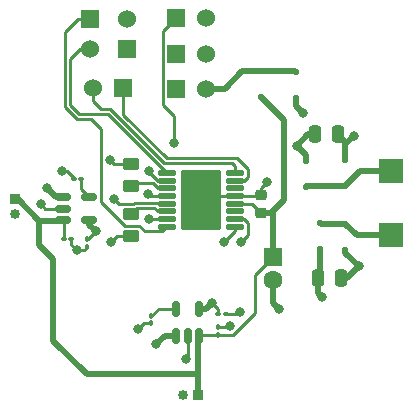
<source format=gbr>
%TF.GenerationSoftware,KiCad,Pcbnew,7.0.7*%
%TF.CreationDate,2024-10-24T16:02:22-07:00*%
%TF.ProjectId,PowerBoard_rev1.1,506f7765-7242-46f6-9172-645f72657631,rev?*%
%TF.SameCoordinates,Original*%
%TF.FileFunction,Copper,L1,Top*%
%TF.FilePolarity,Positive*%
%FSLAX46Y46*%
G04 Gerber Fmt 4.6, Leading zero omitted, Abs format (unit mm)*
G04 Created by KiCad (PCBNEW 7.0.7) date 2024-10-24 16:02:22*
%MOMM*%
%LPD*%
G01*
G04 APERTURE LIST*
G04 Aperture macros list*
%AMRoundRect*
0 Rectangle with rounded corners*
0 $1 Rounding radius*
0 $2 $3 $4 $5 $6 $7 $8 $9 X,Y pos of 4 corners*
0 Add a 4 corners polygon primitive as box body*
4,1,4,$2,$3,$4,$5,$6,$7,$8,$9,$2,$3,0*
0 Add four circle primitives for the rounded corners*
1,1,$1+$1,$2,$3*
1,1,$1+$1,$4,$5*
1,1,$1+$1,$6,$7*
1,1,$1+$1,$8,$9*
0 Add four rect primitives between the rounded corners*
20,1,$1+$1,$2,$3,$4,$5,0*
20,1,$1+$1,$4,$5,$6,$7,0*
20,1,$1+$1,$6,$7,$8,$9,0*
20,1,$1+$1,$8,$9,$2,$3,0*%
G04 Aperture macros list end*
%TA.AperFunction,ComponentPad*%
%ADD10R,1.600000X1.600000*%
%TD*%
%TA.AperFunction,ComponentPad*%
%ADD11C,1.600000*%
%TD*%
%TA.AperFunction,SMDPad,CuDef*%
%ADD12RoundRect,0.150000X-0.512500X-0.150000X0.512500X-0.150000X0.512500X0.150000X-0.512500X0.150000X0*%
%TD*%
%TA.AperFunction,ComponentPad*%
%ADD13R,1.530000X1.530000*%
%TD*%
%TA.AperFunction,ComponentPad*%
%ADD14C,1.530000*%
%TD*%
%TA.AperFunction,SMDPad,CuDef*%
%ADD15RoundRect,0.100000X0.100000X-0.130000X0.100000X0.130000X-0.100000X0.130000X-0.100000X-0.130000X0*%
%TD*%
%TA.AperFunction,SMDPad,CuDef*%
%ADD16RoundRect,0.100000X-0.130000X-0.100000X0.130000X-0.100000X0.130000X0.100000X-0.130000X0.100000X0*%
%TD*%
%TA.AperFunction,SMDPad,CuDef*%
%ADD17RoundRect,0.250000X-0.450000X0.262500X-0.450000X-0.262500X0.450000X-0.262500X0.450000X0.262500X0*%
%TD*%
%TA.AperFunction,SMDPad,CuDef*%
%ADD18RoundRect,0.250000X0.450000X-0.262500X0.450000X0.262500X-0.450000X0.262500X-0.450000X-0.262500X0*%
%TD*%
%TA.AperFunction,SMDPad,CuDef*%
%ADD19RoundRect,0.125000X-0.125000X0.125000X-0.125000X-0.125000X0.125000X-0.125000X0.125000X0.125000X0*%
%TD*%
%TA.AperFunction,SMDPad,CuDef*%
%ADD20RoundRect,0.100000X0.130000X0.100000X-0.130000X0.100000X-0.130000X-0.100000X0.130000X-0.100000X0*%
%TD*%
%TA.AperFunction,SMDPad,CuDef*%
%ADD21RoundRect,0.045000X-0.705000X-0.180000X0.705000X-0.180000X0.705000X0.180000X-0.705000X0.180000X0*%
%TD*%
%TA.AperFunction,SMDPad,CuDef*%
%ADD22RoundRect,0.051000X-1.649000X-2.449000X1.649000X-2.449000X1.649000X2.449000X-1.649000X2.449000X0*%
%TD*%
%TA.AperFunction,ComponentPad*%
%ADD23C,0.550000*%
%TD*%
%TA.AperFunction,SMDPad,CuDef*%
%ADD24RoundRect,0.125000X0.125000X-0.125000X0.125000X0.125000X-0.125000X0.125000X-0.125000X-0.125000X0*%
%TD*%
%TA.AperFunction,SMDPad,CuDef*%
%ADD25RoundRect,0.150000X0.150000X-0.512500X0.150000X0.512500X-0.150000X0.512500X-0.150000X-0.512500X0*%
%TD*%
%TA.AperFunction,SMDPad,CuDef*%
%ADD26RoundRect,0.250000X0.250000X0.475000X-0.250000X0.475000X-0.250000X-0.475000X0.250000X-0.475000X0*%
%TD*%
%TA.AperFunction,SMDPad,CuDef*%
%ADD27RoundRect,0.100000X-0.100000X0.130000X-0.100000X-0.130000X0.100000X-0.130000X0.100000X0.130000X0*%
%TD*%
%TA.AperFunction,SMDPad,CuDef*%
%ADD28RoundRect,0.250000X-0.250000X-0.475000X0.250000X-0.475000X0.250000X0.475000X-0.250000X0.475000X0*%
%TD*%
%TA.AperFunction,SMDPad,CuDef*%
%ADD29RoundRect,0.225000X0.250000X-0.225000X0.250000X0.225000X-0.250000X0.225000X-0.250000X-0.225000X0*%
%TD*%
%TA.AperFunction,ComponentPad*%
%ADD30R,0.850000X0.850000*%
%TD*%
%TA.AperFunction,ComponentPad*%
%ADD31C,0.850000*%
%TD*%
%TA.AperFunction,ComponentPad*%
%ADD32R,2.000000X2.000000*%
%TD*%
%TA.AperFunction,ViaPad*%
%ADD33C,0.800000*%
%TD*%
%TA.AperFunction,Conductor*%
%ADD34C,0.250000*%
%TD*%
%TA.AperFunction,Conductor*%
%ADD35C,0.508000*%
%TD*%
G04 APERTURE END LIST*
D10*
%TO.P,C2,1*%
%TO.N,+BATT*%
X149250400Y-80721200D03*
D11*
%TO.P,C2,2*%
%TO.N,GND*%
X149250400Y-82721200D03*
%TD*%
D12*
%TO.P,U2,1,CE*%
%TO.N,VCC*%
X131399700Y-75707200D03*
%TO.P,U2,2,V_{SS}*%
%TO.N,GND*%
X131399700Y-76657200D03*
%TO.P,U2,3,V_{BAT}*%
%TO.N,+BATT*%
X131399700Y-77607200D03*
%TO.P,U2,4,V_{DD}*%
%TO.N,VCC*%
X133674700Y-77607200D03*
%TO.P,U2,5,PROG*%
%TO.N,Net-(U2-PROG)*%
X133674700Y-75707200D03*
%TD*%
D13*
%TO.P,J1,01,01*%
%TO.N,Net-(U1-BOUT1)*%
X140958500Y-60553600D03*
D14*
%TO.P,J1,02,02*%
%TO.N,Net-(U1-BOUT2)*%
X143498500Y-60553600D03*
%TD*%
D15*
%TO.P,C8,1*%
%TO.N,+BATT*%
X144526000Y-87329800D03*
%TO.P,C8,2*%
%TO.N,GND*%
X144526000Y-86689800D03*
%TD*%
D16*
%TO.P,C6,1*%
%TO.N,+BATT*%
X131490800Y-79197200D03*
%TO.P,C6,2*%
%TO.N,GND*%
X132130800Y-79197200D03*
%TD*%
D17*
%TO.P,R4,1*%
%TO.N,Net-(U1-BISEN)*%
X137210800Y-77116300D03*
%TO.P,R4,2*%
%TO.N,GND*%
X137210800Y-78941300D03*
%TD*%
D18*
%TO.P,R3,1*%
%TO.N,Net-(U1-AISEN)*%
X137210800Y-74726800D03*
%TO.P,R3,2*%
%TO.N,GND*%
X137210800Y-72901800D03*
%TD*%
D13*
%TO.P,J6,01,01*%
%TO.N,DRV_FAULT*%
X133745700Y-60608900D03*
D14*
%TO.P,J6,02,02*%
%TO.N,DRV_SLEEP*%
X133745700Y-63148900D03*
%TD*%
D19*
%TO.P,D6,1,K*%
%TO.N,VDC*%
X151130000Y-65074800D03*
%TO.P,D6,2,A*%
%TO.N,VCC*%
X151130000Y-67274800D03*
%TD*%
D20*
%TO.P,R1,1*%
%TO.N,Net-(U2-PROG)*%
X132962800Y-74117200D03*
%TO.P,R1,2*%
%TO.N,GND*%
X132322800Y-74117200D03*
%TD*%
D16*
%TO.P,C7,1*%
%TO.N,VCC*%
X144572200Y-85547200D03*
%TO.P,C7,2*%
%TO.N,GND*%
X145212200Y-85547200D03*
%TD*%
D21*
%TO.P,U1,1,~{SLEEP}*%
%TO.N,DRV_SLEEP*%
X140219600Y-73642200D03*
%TO.P,U1,2,AOUT1*%
%TO.N,Net-(U1-AOUT1)*%
X140219600Y-74292200D03*
%TO.P,U1,3,AISEN*%
%TO.N,Net-(U1-AISEN)*%
X140219600Y-74942200D03*
%TO.P,U1,4,AOUT2*%
%TO.N,Net-(U1-AOUT2)*%
X140219600Y-75592200D03*
%TO.P,U1,5,BOUT2*%
%TO.N,Net-(U1-BOUT2)*%
X140219600Y-76242200D03*
%TO.P,U1,6,BISEN*%
%TO.N,Net-(U1-BISEN)*%
X140219600Y-76892200D03*
%TO.P,U1,7,BOUT1*%
%TO.N,Net-(U1-BOUT1)*%
X140219600Y-77542200D03*
%TO.P,U1,8,~{FAULT}*%
%TO.N,DRV_FAULT*%
X140219600Y-78192200D03*
%TO.P,U1,9,BIN1*%
%TO.N,MOTOR2_BIN1*%
X146019600Y-78192200D03*
%TO.P,U1,10,BIN2*%
%TO.N,MOTOR2_BIN2*%
X146019600Y-77542200D03*
%TO.P,U1,11,NC*%
%TO.N,unconnected-(U1-NC-Pad11)*%
X146019600Y-76892200D03*
%TO.P,U1,12,VM*%
%TO.N,+BATT*%
X146019600Y-76242200D03*
%TO.P,U1,13,GND*%
%TO.N,GND*%
X146019600Y-75592200D03*
%TO.P,U1,14,NC*%
%TO.N,unconnected-(U1-NC-Pad14)*%
X146019600Y-74942200D03*
%TO.P,U1,15,AIN2*%
%TO.N,MOTOR1_AIN2*%
X146019600Y-74292200D03*
%TO.P,U1,16,AIN1*%
%TO.N,MOTOR1_AIN1*%
X146019600Y-73642200D03*
D22*
%TO.P,U1,17,EXP*%
%TO.N,GND*%
X143119600Y-75917200D03*
D23*
%TO.P,U1,18_1*%
%TO.N,N/C*%
X142119600Y-74117200D03*
%TO.P,U1,18_2*%
X142119600Y-75317200D03*
%TO.P,U1,18_3*%
X142119600Y-76517200D03*
%TO.P,U1,18_4*%
X142119600Y-77717200D03*
%TO.P,U1,18_5*%
X143119600Y-74117200D03*
%TO.P,U1,18_6*%
X143119600Y-75317200D03*
%TO.P,U1,18_7*%
X143119600Y-76517200D03*
%TO.P,U1,18_8*%
X143119600Y-77717200D03*
%TO.P,U1,18_9*%
X144119600Y-74117200D03*
%TO.P,U1,18_10*%
X144119600Y-75317200D03*
%TO.P,U1,18_11*%
X144119600Y-76517200D03*
%TO.P,U1,18_12*%
X144119600Y-77717200D03*
%TD*%
D24*
%TO.P,D14,1,K*%
%TO.N,VCC*%
X153212800Y-80094000D03*
%TO.P,D14,2,A*%
%TO.N,Net-(D12-K)*%
X153212800Y-77894000D03*
%TD*%
D25*
%TO.P,U3,1,CE*%
%TO.N,VCC*%
X141036000Y-87395900D03*
%TO.P,U3,2,V_{SS}*%
%TO.N,GND*%
X141986000Y-87395900D03*
%TO.P,U3,3,V_{BAT}*%
%TO.N,+BATT*%
X142936000Y-87395900D03*
%TO.P,U3,4,V_{DD}*%
%TO.N,VCC*%
X142936000Y-85120900D03*
%TO.P,U3,5,PROG*%
%TO.N,Net-(U3-PROG)*%
X141036000Y-85120900D03*
%TD*%
D19*
%TO.P,D5,1,K*%
%TO.N,VDC*%
X148234400Y-65024000D03*
%TO.P,D5,2,A*%
%TO.N,+BATT*%
X148234400Y-67224000D03*
%TD*%
D24*
%TO.P,D11,1,K*%
%TO.N,Net-(D11-K)*%
X151993600Y-74810800D03*
%TO.P,D11,2,A*%
%TO.N,GND*%
X151993600Y-72610800D03*
%TD*%
D13*
%TO.P,J4,01,01*%
%TO.N,MOTOR1_AIN2*%
X136550400Y-66446400D03*
D14*
%TO.P,J4,02,02*%
%TO.N,MOTOR1_AIN1*%
X134010400Y-66446400D03*
%TD*%
D26*
%TO.P,C12,1*%
%TO.N,VCC*%
X154686000Y-70358000D03*
%TO.P,C12,2*%
%TO.N,GND*%
X152786000Y-70358000D03*
%TD*%
D27*
%TO.P,C5,1*%
%TO.N,VCC*%
X133451600Y-79222200D03*
%TO.P,C5,2*%
%TO.N,GND*%
X133451600Y-79862200D03*
%TD*%
D28*
%TO.P,C11,1*%
%TO.N,VCC*%
X153040000Y-82550000D03*
%TO.P,C11,2*%
%TO.N,GND*%
X154940000Y-82550000D03*
%TD*%
D19*
%TO.P,D12,1,K*%
%TO.N,Net-(D12-K)*%
X155346400Y-77944800D03*
%TO.P,D12,2,A*%
%TO.N,GND*%
X155346400Y-80144800D03*
%TD*%
%TO.P,D13,1,K*%
%TO.N,VCC*%
X155346400Y-72560000D03*
%TO.P,D13,2,A*%
%TO.N,Net-(D11-K)*%
X155346400Y-74760000D03*
%TD*%
D29*
%TO.P,C1,1*%
%TO.N,+BATT*%
X148183600Y-77063600D03*
%TO.P,C1,2*%
%TO.N,GND*%
X148183600Y-75513600D03*
%TD*%
D13*
%TO.P,J2,01,01*%
%TO.N,Net-(U1-AOUT1)*%
X140958500Y-63550800D03*
D14*
%TO.P,J2,02,02*%
%TO.N,Net-(U1-AOUT2)*%
X143498500Y-63550800D03*
%TD*%
D27*
%TO.P,R2,1*%
%TO.N,Net-(U3-PROG)*%
X138887200Y-85735200D03*
%TO.P,R2,2*%
%TO.N,GND*%
X138887200Y-86375200D03*
%TD*%
D13*
%TO.P,J3,01,01*%
%TO.N,GND*%
X140965700Y-66486400D03*
D14*
%TO.P,J3,02,02*%
%TO.N,VDC*%
X143505700Y-66486400D03*
%TD*%
D13*
%TO.P,J5,01,01*%
%TO.N,MOTOR2_BIN2*%
X136855700Y-63163900D03*
D14*
%TO.P,J5,02,02*%
%TO.N,MOTOR2_BIN1*%
X136855700Y-60623900D03*
%TD*%
D30*
%TO.P,J8,1,1*%
%TO.N,+BATT*%
X127355600Y-75844400D03*
D31*
%TO.P,J8,2,2*%
%TO.N,GND*%
X127355600Y-77094400D03*
%TD*%
D32*
%TO.P,TP6,1,1*%
%TO.N,Net-(D12-K)*%
X159207200Y-78892400D03*
%TD*%
D30*
%TO.P,J7,1,1*%
%TO.N,+BATT*%
X142864999Y-92448800D03*
D31*
%TO.P,J7,2,2*%
%TO.N,GND*%
X141614999Y-92448800D03*
%TD*%
D32*
%TO.P,TP5,1,1*%
%TO.N,Net-(D11-K)*%
X159207200Y-73507600D03*
%TD*%
D33*
%TO.N,GND*%
X148691600Y-74371200D03*
X137769600Y-86868000D03*
X145592800Y-86563200D03*
X149758400Y-85140800D03*
X151231600Y-71323200D03*
X141884400Y-89408000D03*
X156464000Y-81534000D03*
X129590800Y-76301600D03*
X135534400Y-79451200D03*
X146405600Y-85445600D03*
X135432800Y-72542400D03*
X132588000Y-80162400D03*
X131368800Y-73507600D03*
%TO.N,MOTOR2_BIN2*%
X146507200Y-79502000D03*
%TO.N,MOTOR2_BIN1*%
X145084800Y-79451200D03*
%TO.N,VCC*%
X151739600Y-68580000D03*
X139344400Y-88087200D03*
X144018000Y-84632800D03*
X130048000Y-74930000D03*
X153365200Y-84124800D03*
X156057600Y-70510400D03*
X134213600Y-78536800D03*
%TO.N,Net-(U1-BOUT1)*%
X140817600Y-71069200D03*
X138734800Y-77571600D03*
%TO.N,Net-(U1-BOUT2)*%
X135737600Y-75844400D03*
%TO.N,Net-(U1-AOUT1)*%
X138709400Y-73482200D03*
%TO.N,Net-(U1-AOUT2)*%
X138632700Y-75431900D03*
%TD*%
D34*
%TO.N,GND*%
X129590800Y-76301600D02*
X129946400Y-76657200D01*
X129946400Y-76657200D02*
X131399700Y-76657200D01*
D35*
X152196800Y-70358000D02*
X151231600Y-71323200D01*
X155448000Y-82550000D02*
X156464000Y-81534000D01*
X151993600Y-72085200D02*
X151231600Y-71323200D01*
D34*
X144622418Y-75592200D02*
X144297418Y-75917200D01*
X148183600Y-74879200D02*
X148691600Y-74371200D01*
D35*
X152786000Y-70358000D02*
X152196800Y-70358000D01*
D34*
X131783200Y-73507600D02*
X132367800Y-74092200D01*
X141986000Y-87395900D02*
X141986000Y-89306400D01*
X137210800Y-72901800D02*
X135792200Y-72901800D01*
X145212200Y-85547200D02*
X146304000Y-85547200D01*
X144191351Y-75917200D02*
X143119600Y-75917200D01*
X133248400Y-80162400D02*
X133451600Y-79959200D01*
X132130800Y-79705200D02*
X132130800Y-79197200D01*
X133451600Y-79959200D02*
X133451600Y-79862200D01*
X132367800Y-74092200D02*
X132367800Y-74117200D01*
D35*
X149250400Y-82721200D02*
X149250400Y-84632800D01*
D34*
X148183600Y-75513600D02*
X148183600Y-74879200D01*
X144516351Y-75592200D02*
X144191351Y-75917200D01*
D35*
X149250400Y-84632800D02*
X149758400Y-85140800D01*
D34*
X148105000Y-75592200D02*
X148183600Y-75513600D01*
X132588000Y-80162400D02*
X132130800Y-79705200D01*
X132588000Y-80162400D02*
X133248400Y-80162400D01*
X135792200Y-72901800D02*
X135432800Y-72542400D01*
X136044300Y-78941300D02*
X135534400Y-79451200D01*
X146019600Y-75592200D02*
X144622418Y-75592200D01*
X141986000Y-89306400D02*
X141884400Y-89408000D01*
X145466200Y-86689800D02*
X145592800Y-86563200D01*
X137210800Y-78941300D02*
X136044300Y-78941300D01*
D35*
X155346400Y-80144800D02*
X155346400Y-80416400D01*
X155346400Y-80416400D02*
X156464000Y-81534000D01*
X151993600Y-72610800D02*
X151993600Y-72085200D01*
D34*
X146304000Y-85547200D02*
X146405600Y-85445600D01*
X138307400Y-86330200D02*
X138796515Y-86330200D01*
X146019600Y-75592200D02*
X148105000Y-75592200D01*
X137769600Y-86868000D02*
X138307400Y-86330200D01*
D35*
X154940000Y-82550000D02*
X155448000Y-82550000D01*
D34*
X131368800Y-73507600D02*
X131783200Y-73507600D01*
X144297418Y-75917200D02*
X143119600Y-75917200D01*
X144526000Y-86689800D02*
X145466200Y-86689800D01*
D35*
%TO.N,+BATT*%
X130606800Y-80924400D02*
X130606800Y-87833200D01*
X148984939Y-77063600D02*
X148183600Y-77063600D01*
X148234400Y-67224000D02*
X150155200Y-69144800D01*
X131343300Y-77663600D02*
X131399700Y-77607200D01*
X129440261Y-77663600D02*
X129440261Y-79757861D01*
D34*
X144526000Y-87329800D02*
X143002100Y-87329800D01*
D35*
X142864999Y-90678000D02*
X142864999Y-87466901D01*
X127355600Y-75844400D02*
X127621061Y-75844400D01*
D34*
X147726400Y-82245200D02*
X149250400Y-80721200D01*
X144526000Y-87329800D02*
X145851505Y-87329800D01*
D35*
X149250400Y-80721200D02*
X149250400Y-77058261D01*
X131399700Y-77607200D02*
X131446800Y-77654300D01*
X142864999Y-87466901D02*
X142936000Y-87395900D01*
D34*
X143002100Y-87329800D02*
X142936000Y-87395900D01*
X147726400Y-85454905D02*
X147726400Y-82245200D01*
D35*
X150155200Y-75893339D02*
X149120339Y-76928200D01*
D34*
X147421600Y-76292800D02*
X146070200Y-76292800D01*
D35*
X129440261Y-77663600D02*
X131343300Y-77663600D01*
D34*
X131490800Y-77698300D02*
X131399700Y-77607200D01*
D35*
X127621061Y-75844400D02*
X129440261Y-77663600D01*
D34*
X145851505Y-87329800D02*
X147726400Y-85454905D01*
X147421600Y-76301600D02*
X148183600Y-77063600D01*
D35*
X149250400Y-77058261D02*
X149120339Y-76928200D01*
D34*
X147421600Y-76292800D02*
X147421600Y-76301600D01*
D35*
X142864999Y-92448800D02*
X142864999Y-90678000D01*
X129440261Y-79757861D02*
X130606800Y-80924400D01*
X149120339Y-76928200D02*
X148984939Y-77063600D01*
X150155200Y-69144800D02*
X150155200Y-75893339D01*
X133451600Y-90678000D02*
X142864999Y-90678000D01*
D34*
X131490800Y-79197200D02*
X131490800Y-77698300D01*
D35*
X130606800Y-87833200D02*
X133451600Y-90678000D01*
D34*
X146070200Y-76292800D02*
X146019600Y-76242200D01*
%TO.N,MOTOR1_AIN2*%
X147094600Y-73308941D02*
X147094600Y-73975459D01*
X146132059Y-72346400D02*
X147094600Y-73308941D01*
X136550400Y-68700208D02*
X140196592Y-72346400D01*
X146777859Y-74292200D02*
X146019600Y-74292200D01*
X147094600Y-73975459D02*
X146777859Y-74292200D01*
X140196592Y-72346400D02*
X146132059Y-72346400D01*
X136550400Y-66446400D02*
X136550400Y-68700208D01*
%TO.N,MOTOR1_AIN1*%
X134010400Y-67513200D02*
X134678000Y-68180800D01*
X134678000Y-68180800D02*
X135394596Y-68180800D01*
X134010400Y-66446400D02*
X134010400Y-67513200D01*
X135394596Y-68180800D02*
X140010196Y-72796400D01*
X140010196Y-72796400D02*
X145745200Y-72796400D01*
X146019600Y-73070800D02*
X146019600Y-73642200D01*
X145745200Y-72796400D02*
X146019600Y-73070800D01*
%TO.N,MOTOR2_BIN2*%
X146507200Y-79502000D02*
X147094600Y-78914600D01*
X146777859Y-77542200D02*
X146019600Y-77542200D01*
X147094600Y-78914600D02*
X147094600Y-77858941D01*
X147094600Y-77858941D02*
X146777859Y-77542200D01*
%TO.N,MOTOR2_BIN1*%
X146019600Y-78192200D02*
X146019600Y-78516400D01*
X146019600Y-78516400D02*
X145084800Y-79451200D01*
D35*
%TO.N,VCC*%
X151130000Y-67970400D02*
X151739600Y-68580000D01*
X140035700Y-87395900D02*
X141036000Y-87395900D01*
D34*
X144572200Y-85547200D02*
X144572200Y-85187000D01*
D35*
X151130000Y-67274800D02*
X151130000Y-67970400D01*
X139344400Y-88087200D02*
X140035700Y-87395900D01*
X131399700Y-75707200D02*
X130825200Y-75707200D01*
X155346400Y-72560000D02*
X155346400Y-71221600D01*
X143529900Y-85120900D02*
X144018000Y-84632800D01*
X153040000Y-83799600D02*
X153365200Y-84124800D01*
X153212800Y-80094000D02*
X153212800Y-82377200D01*
D34*
X144572200Y-85187000D02*
X144018000Y-84632800D01*
D35*
X142936000Y-85120900D02*
X143529900Y-85120900D01*
X155346400Y-72560000D02*
X155346400Y-71018400D01*
X155346400Y-71018400D02*
X154686000Y-70358000D01*
X133674700Y-77997900D02*
X134213600Y-78536800D01*
X153212800Y-82377200D02*
X153040000Y-82550000D01*
D34*
X133451600Y-79222200D02*
X133528200Y-79222200D01*
D35*
X130825200Y-75707200D02*
X130048000Y-74930000D01*
X133674700Y-77607200D02*
X133674700Y-77997900D01*
X153040000Y-82550000D02*
X153040000Y-83799600D01*
D34*
X133528200Y-79222200D02*
X134213600Y-78536800D01*
D35*
X155346400Y-71221600D02*
X156057600Y-70510400D01*
%TO.N,Net-(D11-K)*%
X152044400Y-74760000D02*
X151993600Y-74810800D01*
X156565600Y-73507600D02*
X155346400Y-74726800D01*
X155346400Y-74726800D02*
X155346400Y-74760000D01*
X155346400Y-74760000D02*
X152044400Y-74760000D01*
X159207200Y-73507600D02*
X156565600Y-73507600D01*
%TO.N,Net-(D12-K)*%
X159207200Y-78892400D02*
X156294000Y-78892400D01*
X155346400Y-77944800D02*
X153263600Y-77944800D01*
X156294000Y-78892400D02*
X155346400Y-77944800D01*
X153263600Y-77944800D02*
X153212800Y-77894000D01*
D34*
%TO.N,Net-(U1-BOUT1)*%
X140817600Y-71069200D02*
X140817600Y-68834000D01*
X140219600Y-77542200D02*
X138764200Y-77542200D01*
X139868500Y-61643600D02*
X140958500Y-60553600D01*
X138764200Y-77542200D02*
X138734800Y-77571600D01*
X140817600Y-68834000D02*
X139868500Y-67884900D01*
X139868500Y-67884900D02*
X139868500Y-61643600D01*
%TO.N,Net-(U1-BOUT2)*%
X140183800Y-76206400D02*
X140219600Y-76242200D01*
X137448504Y-76242200D02*
X137484304Y-76206400D01*
X136135400Y-76242200D02*
X137448504Y-76242200D01*
X135737600Y-75844400D02*
X136135400Y-76242200D01*
X137484304Y-76206400D02*
X140183800Y-76206400D01*
%TO.N,Net-(U1-AOUT1)*%
X138709400Y-73540259D02*
X139461341Y-74292200D01*
X139461341Y-74292200D02*
X140219600Y-74292200D01*
X138709400Y-73482200D02*
X138709400Y-73540259D01*
%TO.N,Net-(U1-AOUT2)*%
X138793000Y-75592200D02*
X140219600Y-75592200D01*
X138632700Y-75431900D02*
X138793000Y-75592200D01*
%TO.N,DRV_FAULT*%
X134662200Y-76093373D02*
X134662200Y-69943000D01*
X131572000Y-61722000D02*
X132685100Y-60608900D01*
X138382773Y-78587600D02*
X137898973Y-78103800D01*
X133800000Y-69080800D02*
X132604804Y-69080800D01*
X134662200Y-69943000D02*
X133800000Y-69080800D01*
X132685100Y-60608900D02*
X133745700Y-60608900D01*
X136672627Y-78103800D02*
X134662200Y-76093373D01*
X137898973Y-78103800D02*
X136672627Y-78103800D01*
X132604804Y-69080800D02*
X131572000Y-68047996D01*
X140219600Y-78192200D02*
X139824200Y-78587600D01*
X139824200Y-78587600D02*
X138382773Y-78587600D01*
X131572000Y-68047996D02*
X131572000Y-61722000D01*
%TO.N,DRV_SLEEP*%
X135208200Y-68630800D02*
X132791200Y-68630800D01*
X132888300Y-63148900D02*
X133745700Y-63148900D01*
X132029200Y-64008000D02*
X132888300Y-63148900D01*
X132791200Y-68630800D02*
X132029200Y-67868800D01*
X140219600Y-73642200D02*
X135208200Y-68630800D01*
X132029200Y-67868800D02*
X132029200Y-64008000D01*
D35*
%TO.N,VDC*%
X148234400Y-65024000D02*
X151079200Y-65024000D01*
X151079200Y-65024000D02*
X151130000Y-65074800D01*
X143505700Y-66486400D02*
X145146400Y-66486400D01*
X146608800Y-65024000D02*
X148234400Y-65024000D01*
X145146400Y-66486400D02*
X146608800Y-65024000D01*
D34*
%TO.N,Net-(U2-PROG)*%
X132917800Y-74950300D02*
X132917800Y-74117200D01*
X133674700Y-75707200D02*
X132917800Y-74950300D01*
%TO.N,Net-(U3-PROG)*%
X141036000Y-85120900D02*
X139546500Y-85120900D01*
X139546500Y-85120900D02*
X138887200Y-85780200D01*
%TO.N,Net-(U1-AISEN)*%
X139461341Y-74942200D02*
X140219600Y-74942200D01*
X137210800Y-74726800D02*
X137414000Y-74523600D01*
X137414000Y-74523600D02*
X139042741Y-74523600D01*
X139042741Y-74523600D02*
X139461341Y-74942200D01*
%TO.N,Net-(U1-BISEN)*%
X137720700Y-76606400D02*
X139175542Y-76606400D01*
X137210800Y-77116300D02*
X137720700Y-76606400D01*
X139461342Y-76892200D02*
X140219600Y-76892200D01*
X139175542Y-76606400D02*
X139461342Y-76892200D01*
%TD*%
M02*

</source>
